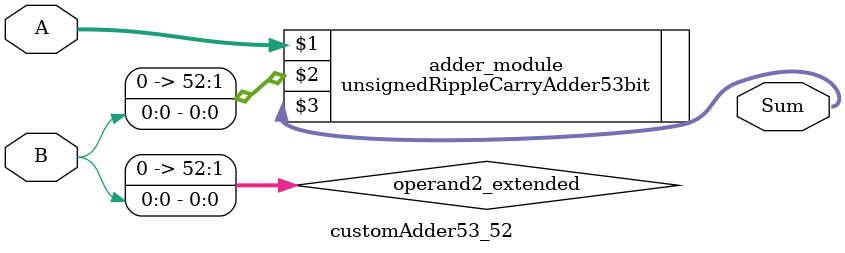
<source format=v>
module customAdder53_52(
                        input [52 : 0] A,
                        input [0 : 0] B,
                        
                        output [53 : 0] Sum
                );

        wire [52 : 0] operand2_extended;
        
        assign operand2_extended =  {52'b0, B};
        
        unsignedRippleCarryAdder53bit adder_module(
            A,
            operand2_extended,
            Sum
        );
        
        endmodule
        
</source>
